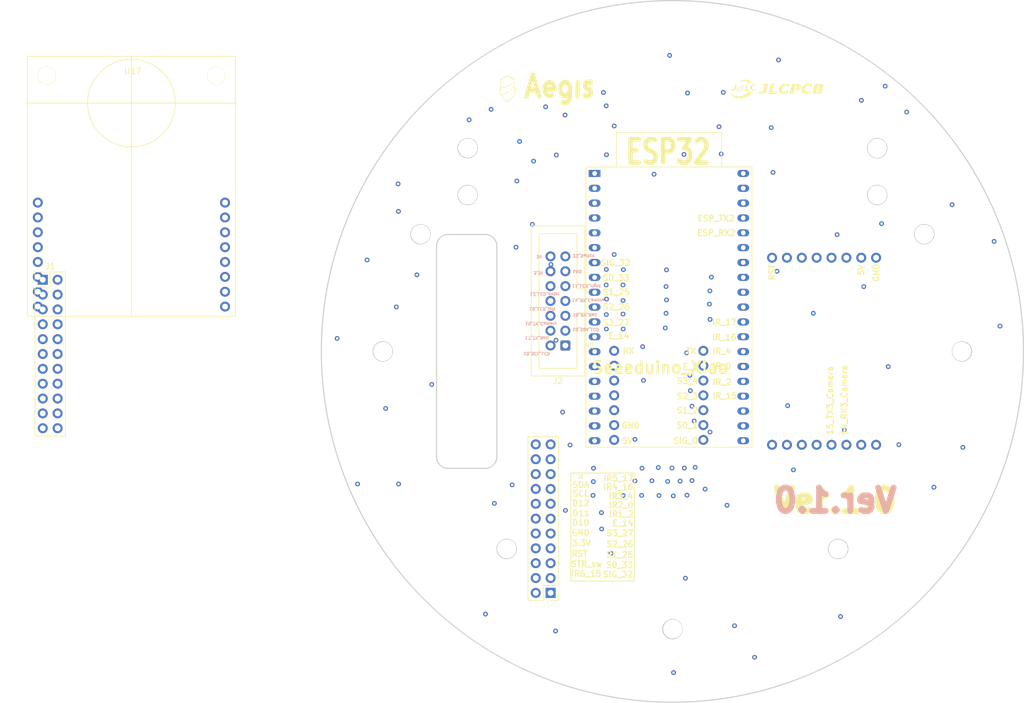
<source format=kicad_pcb>
(kicad_pcb (version 20221018) (generator pcbnew)
  (layers (0 "F.Cu" signal) (31 "B.Cu" signal) (34 "B.Paste" user) (35 "F.Paste" user) (36 "B.SilkS" user "B.Silkscreen") (37 "F.SilkS" user "F.Silkscreen") (38 "B.Mask" user) (39 "F.Mask" user) (44 "Edge.Cuts" user))
  (net 0 "")
  (net 1 "+3.3V")
  (net 7 "IR_board_RX")
  (net 8 "IR_board_TX")
  (net 9 "GND")
  (net 13 "+5V")
  (net 19 "TX_camera")
  (net 20 "RX_camera")
  (net 23 "RST")
  (net 40 "SCL_LCD")
  (net 41 "SDA_LCD")
  (net 42 "Start_switch")
  (net 43 "Data_IR_sensor")
  (net 44 "LCD-TeensyD10")
  (net 45 "LCD-TeensyD11")
  (net 46 "LCD-TeensyD12")
  (net 47 "IR_Data6_Upside")
  (net 48 "S0")
  (net 49 "S1")
  (net 50 "S2")
  (net 51 "S3")
  (net 52 "E")
  (net 53 "IR_Data1_Upside")
  (net 54 "IR_Data2_Upside")
  (net 55 "IR_Data3_Upside")
  (net 56 "IR_Data4_Upside")
  (net 57 "IR_Data5_Upside")
  (footprint "MountingHole:MountingHole_3.2mm_M3" (layer "F.Cu") (at 120.48 82.11 180)
    (fp_text reference "REF**" hide)
    (fp_text value "MountingHole_3.2mm_M3")
    (pad "" np_thru_hole circle (at 0 0 180) (size 3.2 3.2) (drill 3.2) (layers "F&B.Cu" "*.Mask"))
  )
  (footprint "Connector_IDC:IDC-Header_2x07_P2.54mm_Vertical" (layer "F.Cu") (at 145.2074 101.16 180)
    (fp_text reference "J2" (at 1.27 -6.1) (layer "F.SilkS"))
    (fp_text value "Conn_02x07_Top_Bottom")
    (pad "1" thru_hole roundrect (at 0 0 180) (size 1.7 1.7) (drill 1) (layers "*.Cu" "*.Mask") (roundrect_rratio 0.147059))
    (pad "2" thru_hole circle (at 2.54 0 180) (size 1.7 1.7) (drill 1) (layers "*.Cu" "*.Mask") (net 40 "SCL_LCD"))
    (pad "3" thru_hole circle (at 0 2.54 180) (size 1.7 1.7) (drill 1) (layers "*.Cu" "*.Mask") (net 41 "SDA_LCD"))
    (pad "4" thru_hole circle (at 2.54 2.54 180) (size 1.7 1.7) (drill 1) (layers "*.Cu" "*.Mask") (net 8 "IR_board_TX"))
    (pad "5" thru_hole circle (at 0 5.08 180) (size 1.7 1.7) (drill 1) (layers "*.Cu" "*.Mask") (net 7 "IR_board_RX"))
    (pad "6" thru_hole circle (at 2.54 5.08 180) (size 1.7 1.7) (drill 1) (layers "*.Cu" "*.Mask") (net 19 "TX_camera"))
    (pad "7" thru_hole circle (at 0 7.62 180) (size 1.7 1.7) (drill 1) (layers "*.Cu" "*.Mask") (net 20 "RX_camera"))
    (pad "8" thru_hole circle (at 2.54 7.62 180) (size 1.7 1.7) (drill 1) (layers "*.Cu" "*.Mask") (net 44 "LCD-TeensyD10"))
    (pad "9" thru_hole circle (at 0 10.16 180) (size 1.7 1.7) (drill 1) (layers "*.Cu" "*.Mask") (net 45 "LCD-TeensyD11"))
    (pad "10" thru_hole circle (at 2.54 10.16 180) (size 1.7 1.7) (drill 1) (layers "*.Cu" "*.Mask") (net 46 "LCD-TeensyD12"))
    (pad "11" thru_hole circle (at 0 12.7 180) (size 1.7 1.7) (drill 1) (layers "*.Cu" "*.Mask") (net 9 "GND"))
    (pad "12" thru_hole circle (at 2.54 12.7 180) (size 1.7 1.7) (drill 1) (layers "*.Cu" "*.Mask") (net 1 "+3.3V"))
    (pad "13" thru_hole circle (at 0 15.24 180) (size 1.7 1.7) (drill 1) (layers "*.Cu" "*.Mask") (net 42 "Start_switch"))
    (pad "14" thru_hole circle (at 2.54 15.24 180) (size 1.7 1.7) (drill 1) (layers "*.Cu" "*.Mask") (net 13 "+5V"))
  )
  (footprint "MountingHole:MountingHole_3.2mm_M3" (layer "F.Cu") (at 114.03 102.18 180)
    (fp_text reference "REF**" hide)
    (fp_text value "MountingHole_3.2mm_M3")
    (pad "" np_thru_hole circle (at 0 0 180) (size 3.2 3.2) (drill 3.2) (layers "F&B.Cu" "*.Mask"))
  )
  (footprint "Connector_PinHeader_2.54mm:PinHeader_2x11_P2.54mm_Vertical" (layer "F.Cu") (at 55.895 89.91)
    (fp_text reference "J1" (at 1.27 -2.33) (layer "F.SilkS"))
    (fp_text value "Conn_02x11_Odd_Even")
    (pad "1" thru_hole rect (at 0 0) (size 1.7 1.7) (drill 1) (layers "*.Cu" "*.Mask") (net 43 "Data_IR_sensor"))
    (pad "2" thru_hole oval (at 2.54 0) (size 1.7 1.7) (drill 1) (layers "*.Cu" "*.Mask") (net 47 "IR_Data6_Upside"))
    (pad "3" thru_hole oval (at 0 2.54) (size 1.7 1.7) (drill 1) (layers "*.Cu" "*.Mask") (net 48 "S0"))
    (pad "4" thru_hole oval (at 2.54 2.54) (size 1.7 1.7) (drill 1) (layers "*.Cu" "*.Mask") (net 42 "Start_switch"))
    (pad "5" thru_hole oval (at 0 5.08) (size 1.7 1.7) (drill 1) (layers "*.Cu" "*.Mask") (net 49 "S1"))
    (pad "6" thru_hole oval (at 2.54 5.08) (size 1.7 1.7) (drill 1) (layers "*.Cu" "*.Mask") (net 23 "RST"))
    (pad "7" thru_hole oval (at 0 7.62) (size 1.7 1.7) (drill 1) (layers "*.Cu" "*.Mask") (net 50 "S2"))
    (pad "8" thru_hole oval (at 2.54 7.62) (size 1.7 1.7) (drill 1) (layers "*.Cu" "*.Mask") (net 1 "+3.3V"))
    (pad "9" thru_hole oval (at 0 10.16) (size 1.7 1.7) (drill 1) (layers "*.Cu" "*.Mask") (net 51 "S3"))
    (pad "10" thru_hole oval (at 2.54 10.16) (size 1.7 1.7) (drill 1) (layers "*.Cu" "*.Mask") (net 9 "GND"))
    (pad "11" thru_hole oval (at 0 12.7) (size 1.7 1.7) (drill 1) (layers "*.Cu" "*.Mask") (net 52 "E"))
    (pad "12" thru_hole oval (at 2.54 12.7) (size 1.7 1.7) (drill 1) (layers "*.Cu" "*.Mask") (net 44 "LCD-TeensyD10"))
    (pad "13" thru_hole oval (at 0 15.24) (size 1.7 1.7) (drill 1) (layers "*.Cu" "*.Mask") (net 53 "IR_Data1_Upside"))
    (pad "14" thru_hole oval (at 2.54 15.24) (size 1.7 1.7) (drill 1) (layers "*.Cu" "*.Mask") (net 45 "LCD-TeensyD11"))
    (pad "15" thru_hole oval (at 0 17.78) (size 1.7 1.7) (drill 1) (layers "*.Cu" "*.Mask") (net 54 "IR_Data2_Upside"))
    (pad "16" thru_hole oval (at 2.54 17.78) (size 1.7 1.7) (drill 1) (layers "*.Cu" "*.Mask") (net 46 "LCD-TeensyD12"))
    (pad "17" thru_hole oval (at 0 20.32) (size 1.7 1.7) (drill 1) (layers "*.Cu" "*.Mask") (net 55 "IR_Data3_Upside"))
    (pad "18" thru_hole oval (at 2.54 20.32) (size 1.7 1.7) (drill 1) (layers "*.Cu" "*.Mask") (net 40 "SCL_LCD"))
    (pad "19" thru_hole oval (at 0 22.86) (size 1.7 1.7) (drill 1) (layers "*.Cu" "*.Mask") (net 56 "IR_Data4_Upside"))
    (pad "20" thru_hole oval (at 2.54 22.86) (size 1.7 1.7) (drill 1) (layers "*.Cu" "*.Mask") (net 41 "SDA_LCD"))
    (pad "21" thru_hole oval (at 0 25.4) (size 1.7 1.7) (drill 1) (layers "*.Cu" "*.Mask") (net 57 "IR_Data5_Upside"))
    (pad "22" thru_hole oval (at 2.54 25.4) (size 1.7 1.7) (drill 1) (layers "*.Cu" "*.Mask"))
  )
  (footprint "MountingHole:MountingHole_3.2mm_M3" (layer "F.Cu") (at 191.83 135.97 180)
    (fp_text reference "REF**" hide)
    (fp_text value "MountingHole_3.2mm_M3")
    (pad "" np_thru_hole circle (at 0 0 180) (size 3.2 3.2) (drill 3.2) (layers "F&B.Cu" "*.Mask"))
  )
  (footprint "MountingHole:MountingHole_3.2mm_M3" (layer "F.Cu") (at 206.55 82.12 180)
    (fp_text reference "REF**" hide)
    (fp_text value "MountingHole_3.2mm_M3")
    (pad "" np_thru_hole circle (at 0 0 180) (size 3.2 3.2) (drill 3.2) (layers "F&B.Cu" "*.Mask"))
  )
  (footprint "Open_MV:OpenMV" (layer "F.Cu") (at 71.05 51.701)
    (fp_text reference "U17" (at 0.22 2.5) (layer "F.SilkS"))
    (fp_text value "open_mv")
    (pad "" thru_hole circle (at -14.478 3.302) (size 3 3) (drill 3) (layers "*.Cu" "*.Mask"))
    (pad "" thru_hole circle (at 14.478 3.302) (size 3 3) (drill 3) (layers "*.Cu" "*.Mask"))
    (pad "1" thru_hole circle (at 16 42.799) (size 1.7 1.7) (drill 1) (layers "*.Cu" "*.Mask"))
    (pad "2" thru_hole circle (at 16 40.259) (size 1.7 1.7) (drill 1) (layers "*.Cu" "*.Mask"))
    (pad "3" thru_hole circle (at 16 37.719) (size 1.7 1.7) (drill 1) (layers "*.Cu" "*.Mask"))
    (pad "4" thru_hole circle (at 16 35.179) (size 1.7 1.7) (drill 1) (layers "*.Cu" "*.Mask"))
    (pad "5" thru_hole circle (at 16 32.639) (size 1.7 1.7) (drill 1) (layers "*.Cu" "*.Mask") (net 19 "TX_camera"))
    (pad "6" thru_hole circle (at 16 30.099) (size 1.7 1.7) (drill 1) (layers "*.Cu" "*.Mask") (net 20 "RX_camera"))
    (pad "7" thru_hole circle (at 16 27.559) (size 1.7 1.7) (drill 1) (layers "*.Cu" "*.Mask"))
    (pad "8" thru_hole circle (at 16 25.019) (size 1.7 1.7) (drill 1) (layers "*.Cu" "*.Mask"))
    (pad "9" thru_hole circle (at -16 25.019) (size 1.7 1.7) (drill 1) (layers "*.Cu" "*.Mask") (net 23 "RST"))
    (pad "10" thru_hole circle (at -16 27.559) (size 1.7 1.7) (drill 1) (layers "*.Cu" "*.Mask"))
    (pad "11" thru_hole circle (at -16 30.099) (size 1.7 1.7) (drill 1) (layers "*.Cu" "*.Mask"))
    (pad "12" thru_hole circle (at -16 32.639) (size 1.7 1.7) (drill 1) (layers "*.Cu" "*.Mask"))
    (pad "13" thru_hole circle (at -16 35.179) (size 1.7 1.7) (drill 1) (layers "*.Cu" "*.Mask"))
    (pad "14" thru_hole circle (at -16 37.719) (size 1.7 1.7) (drill 1) (layers "*.Cu" "*.Mask"))
    (pad "15" thru_hole circle (at -16 40.259) (size 1.7 1.7) (drill 1) (layers "*.Cu" "*.Mask") (net 13 "+5V"))
    (pad "16" thru_hole circle (at -16 42.799) (size 1.7 1.7) (drill 1) (layers "*.Cu" "*.Mask") (net 9 "GND"))
  )
  (footprint "MountingHole:MountingHole_3.2mm_M3" (layer "F.Cu") (at 163.5662 149.6494 180)
    (fp_text reference "REF**" hide)
    (fp_text value "MountingHole_3.2mm_M3")
    (pad "" np_thru_hole circle (at 0 0 180) (size 3.2 3.2) (drill 3.2) (layers "F&B.Cu" "*.Mask"))
  )
  (footprint "Aegis:ver4" (layer "F.Cu") (at 141.597008 57.123339)
    (fp_text reference "G***" hide)
    (fp_text value "LOGO" hide)
  )
  (footprint "MountingHole:MountingHole_3.2mm_M3" (layer "F.Cu") (at 135.19 135.94 180)
    (fp_text reference "REF**" hide)
    (fp_text value "MountingHole_3.2mm_M3")
    (pad "" np_thru_hole circle (at 0 0 180) (size 3.2 3.2) (drill 3.2) (layers "F&B.Cu" "*.Mask"))
  )
  (footprint "Open_MV:OpenMV" (layer "F.Cu") (at 155.5194 102.143 90)
    (fp_text reference "U17" hide)
    (fp_text value "open_mv")
    (pad "1" thru_hole circle (at -16 25.019 90) (size 1.7 1.7) (drill 1) (layers "*.Cu" "*.Mask"))
    (pad "2" thru_hole circle (at -16 27.559 90) (size 1.7 1.7) (drill 1) (layers "*.Cu" "*.Mask"))
    (pad "3" thru_hole circle (at -16 30.099 90) (size 1.7 1.7) (drill 1) (layers "*.Cu" "*.Mask"))
    (pad "4" thru_hole circle (at -16 32.639 90) (size 1.7 1.7) (drill 1) (layers "*.Cu" "*.Mask"))
    (pad "5" thru_hole circle (at -16 35.179 90) (size 1.7 1.7) (drill 1) (layers "*.Cu" "*.Mask") (net 19 "TX_camera"))
    (pad "6" thru_hole circle (at -16 37.719 90) (size 1.7 1.7) (drill 1) (layers "*.Cu" "*.Mask") (net 20 "RX_camera"))
    (pad "7" thru_hole circle (at -16 40.259 90) (size 1.7 1.7) (drill 1) (layers "*.Cu" "*.Mask"))
    (pad "8" thru_hole circle (at -16 42.799 90) (size 1.7 1.7) (drill 1) (layers "*.Cu" "*.Mask"))
    (pad "9" thru_hole circle (at 16 25.019 90) (size 1.7 1.7) (drill 1) (layers "*.Cu" "*.Mask") (net 23 "RST"))
    (pad "10" thru_hole circle (at 16 27.559 90) (size 1.7 1.7) (drill 1) (layers "*.Cu" "*.Mask"))
    (pad "11" thru_hole circle (at 16 30.099 90) (size 1.7 1.7) (drill 1) (layers "*.Cu" "*.Mask"))
    (pad "12" thru_hole circle (at 16 32.639 90) (size 1.7 1.7) (drill 1) (layers "*.Cu" "*.Mask"))
    (pad "13" thru_hole circle (at 16 35.179 90) (size 1.7 1.7) (drill 1) (layers "*.Cu" "*.Mask"))
    (pad "14" thru_hole circle (at 16 37.719 90) (size 1.7 1.7) (drill 1) (layers "*.Cu" "*.Mask"))
    (pad "15" thru_hole circle (at 16 40.259 90) (size 1.7 1.7) (drill 1) (layers "*.Cu" "*.Mask") (net 13 "+5V"))
    (pad "16" thru_hole circle (at 16 42.799 90) (size 1.7 1.7) (drill 1) (layers "*.Cu" "*.Mask") (net 9 "GND"))
  )
  (footprint "MountingHole:MountingHole_3.2mm_M3" (layer "F.Cu") (at 128.53 67.39 180)
    (fp_text reference "REF**" hide)
    (fp_text value "MountingHole_3.2mm_M3")
    (pad "" np_thru_hole circle (at 0 0 180) (size 3.2 3.2) (drill 3.2) (layers "F&B.Cu" "*.Mask"))
  )
  (footprint "JLCPCB:JLCPCB" (layer "F.Cu") (at 181.2924 57.3488)
    (fp_text reference "G***" hide)
    (fp_text value "LOGO" hide)
  )
  (footprint "MountingHole:MountingHole_3.2mm_M3" (layer "F.Cu") (at 212.95 102.17 180)
    (fp_text reference "REF**" hide)
    (fp_text value "MountingHole_3.2mm_M3")
    (pad "" np_thru_hole circle (at 0 0 180) (size 3.2 3.2) (drill 3.2) (layers "F&B.Cu" "*.Mask"))
  )
  (footprint "Connector_PinHeader_2.54mm:PinHeader_2x11_P2.54mm_Vertical" (layer "F.Cu") (at 142.6924 143.4688 180)
    (fp_text reference "J1" hide)
    (fp_text value "Conn_02x11_Odd_Even")
    (pad "1" thru_hole rect (at 0 0 180) (size 1.7 1.7) (drill 1) (layers "*.Cu" "*.Mask") (net 43 "Data_IR_sensor"))
    (pad "2" thru_hole oval (at 2.54 0 180) (size 1.7 1.7) (drill 1) (layers "*.Cu" "*.Mask") (net 47 "IR_Data6_Upside"))
    (pad "3" thru_hole oval (at 0 2.54 180) (size 1.7 1.7) (drill 1) (layers "*.Cu" "*.Mask") (net 48 "S0"))
    (pad "4" thru_hole oval (at 2.54 2.54 180) (size 1.7 1.7) (drill 1) (layers "*.Cu" "*.Mask") (net 42 "Start_switch"))
    (pad "5" thru_hole oval (at 0 5.08 180) (size 1.7 1.7) (drill 1) (layers "*.Cu" "*.Mask") (net 49 "S1"))
    (pad "6" thru_hole oval (at 2.54 5.08 180) (size 1.7 1.7) (drill 1) (layers "*.Cu" "*.Mask") (net 23 "RST"))
    (pad "7" thru_hole oval (at 0 7.62 180) (size 1.7 1.7) (drill 1) (layers "*.Cu" "*.Mask") (net 50 "S2"))
    (pad "8" thru_hole oval (at 2.54 7.62 180) (size 1.7 1.7) (drill 1) (layers "*.Cu" "*.Mask") (net 1 "+3.3V"))
    (pad "9" thru_hole oval (at 0 10.16 180) (size 1.7 1.7) (drill 1) (layers "*.Cu" "*.Mask") (net 51 "S3"))
    (pad "10" thru_hole oval (at 2.54 10.16 180) (size 1.7 1.7) (drill 1) (layers "*.Cu" "*.Mask") (net 9 "GND"))
    (pad "11" thru_hole oval (at 0 12.7 180) (size 1.7 1.7) (drill 1) (layers "*.Cu" "*.Mask") (net 52 "E"))
    (pad "12" thru_hole oval (at 2.54 12.7 180) (size 1.7 1.7) (drill 1) (layers "*.Cu" "*.Mask") (net 44 "LCD-TeensyD10"))
    (pad "13" thru_hole oval (at 0 15.24 180) (size 1.7 1.7) (drill 1) (layers "*.Cu" "*.Mask") (net 53 "IR_Data1_Upside"))
    (pad "14" thru_hole oval (at 2.54 15.24 180) (size 1.7 1.7) (drill 1) (layers "*.Cu" "*.Mask") (net 45 "LCD-TeensyD11"))
    (pad "15" thru_hole oval (at 0 17.78 180) (size 1.7 1.7) (drill 1) (layers "*.Cu" "*.Mask") (net 54 "IR_Data2_Upside"))
    (pad "16" thru_hole oval (at 2.54 17.78 180) (size 1.7 1.7) (drill 1) (layers "*.Cu" "*.Mask") (net 46 "LCD-TeensyD12"))
    (pad "17" thru_hole oval (at 0 20.32 180) (size 1.7 1.7) (drill 1) (layers "*.Cu" "*.Mask") (net 55 "IR_Data3_Upside"))
    (pad "18" thru_hole oval (at 2.54 20.32 180) (size 1.7 1.7) (drill 1) (layers "*.Cu" "*.Mask") (net 40 "SCL_LCD"))
    (pad "19" thru_hole oval (at 0 22.86 180) (size 1.7 1.7) (drill 1) (layers "*.Cu" "*.Mask") (net 56 "IR_Data4_Upside"))
    (pad "20" thru_hole oval (at 2.54 22.86 180) (size 1.7 1.7) (drill 1) (layers "*.Cu" "*.Mask") (net 41 "SDA_LCD"))
    (pad "21" thru_hole oval (at 0 25.4 180) (size 1.7 1.7) (drill 1) (layers "*.Cu" "*.Mask") (net 57 "IR_Data5_Upside"))
    (pad "22" thru_hole oval (at 2.54 25.4 180) (size 1.7 1.7) (drill 1) (layers "*.Cu" "*.Mask"))
  )
  (footprint "MountingHole:MountingHole_3.2mm_M3" (layer "F.Cu") (at 128.52 75.43 180)
    (fp_text reference "REF**" hide)
    (fp_text value "MountingHole_3.2mm_M3")
    (pad "" np_thru_hole circle (at 0 0 180) (size 3.2 3.2) (drill 3.2) (layers "F&B.Cu" "*.Mask"))
  )
  (footprint "Seeeduino_Xiao:seeeduinoXIAO" (layer "F.Cu") (at 161.1724 109.6888)
    (fp_text reference "U2" hide)
    (fp_text value "Seeeduino_Xiao" (at 0.3 -4.75) (layer "F.SilkS") (effects (font (size 2 2) (thickness 0.4) bold)))
    (pad "1" thru_hole circle (at 7.62 7.62) (size 1.7 1.7) (drill 1) (layers "*.Cu" "*.Mask") (net 43 "Data_IR_sensor"))
    (pad "2" thru_hole circle (at 7.62 5.08) (size 1.7 1.7) (drill 1) (layers "*.Cu" "*.Mask") (net 48 "S0"))
    (pad "3" thru_hole circle (at 7.62 2.54) (size 1.7 1.7) (drill 1) (layers "*.Cu" "*.Mask") (net 49 "S1"))
    (pad "4" thru_hole circle (at 7.62 0) (size 1.7 1.7) (drill 1) (layers "*.Cu" "*.Mask") (net 50 "S2"))
    (pad "5" thru_hole circle (at 7.62 -2.54) (size 1.7 1.7) (drill 1) (layers "*.Cu" "*.Mask") (net 51 "S3"))
    (pad "6" thru_hole circle (at 7.62 -5.08) (size 1.7 1.7) (drill 1) (layers "*.Cu" "*.Mask") (net 52 "E"))
    (pad "7" thru_hole circle (at 7.62 -7.62) (size 1.7 1.7) (drill 1) (layers "*.Cu" "*.Mask") (net 8 "IR_board_TX"))
    (pad "8" thru_hole circle (at -7.62 -7.62) (size 1.7 1.7) (drill 1) (layers "*.Cu" "*.Mask") (net 7 "IR_board_RX"))
    (pad "9" thru_hole circle (at -7.62 -5.08) (size 1.7 1.7) (drill 1) (layers "*.Cu" "*.Mask"))
    (pad "10" thru_hole circle (at -7.62 -2.54) (size 1.7 1.7) (drill 1) (layers "*.Cu" "*.Mask"))
    (pad "11" thru_hole circle (at -7.62 0) (size 1.7 1.7) (drill 1) (layers "*.Cu" "*.Mask"))
    (pad "12" thru_hole circle (at -7.62 2.54) (size 1.7 1.7) (drill 1) (layers "*.Cu" "*.Mask"))
    (pad "13" thru_hole circle (at -7.62 5.08) (size 1.7 1.7) (drill 1) (layers "*.Cu" "*.Mask") (net 9 "GND"))
    (pad "14" thru_hole circle (at -7.62 7.62) (size 1.7 1.7) (drill 1) (layers "*.Cu" "*.Mask") (net 13 "+5V"))
  )
  (footprint "ESP32mod:ESP32-DevKitC" (layer "F.Cu") (at 150.2124 71.7288)
    (fp_text reference "ESP1" hide)
    (fp_text value "~" hide)
    (fp_text user "ESP_TX2" (at 24.03 7.68 unlocked) (layer "F.SilkS") (effects (font (thickness 0.2) bold) (justify right)))
    (fp_text user "ESP_RX2" (at 24.19 10.17 unlocked) (layer "F.SilkS") (effects (font (thickness 0.2) bold) (justify right)))
    (fp_text user "E_14" (at 2.23 27.78 unlocked) (layer "F.SilkS") (effects (font (thickness 0.2) bold) (justify left)))
    (pad "1" thru_hole rect (at 0 0 270) (size 1.2 2) (drill 0.8) (layers "*.Cu" "*.Mask"))
    (pad "2" thru_hole oval (at 0 2.54 270) (size 1.2 2) (drill 0.8) (layers "*.Cu" "*.Mask"))
    (pad "3" thru_hole oval (at 0 5.08 270) (size 1.2 2) (drill 0.8) (layers "*.Cu" "*.Mask"))
    (pad "4" thru_hole oval (at 0 7.62 270) (size 1.2 2) (drill 0.8) (layers "*.Cu" "*.Mask"))
    (pad "5" thru_hole oval (at 0 10.16 270) (size 1.2 2) (drill 0.8) (layers "*.Cu" "*.Mask"))
    (pad "6" thru_hole oval (at 0 12.7 270) (size 1.2 2) (drill 0.8) (layers "*.Cu" "*.Mask"))
    (pad "7" thru_hole oval (at 0 15.24 270) (size 1.2 2) (drill 0.8) (layers "*.Cu" "*.Mask") (net 43 "Data_IR_sensor"))
    (pad "8" thru_hole oval (at 0 17.78 270) (size 1.2 2) (drill 0.8) (layers "*.Cu" "*.Mask") (net 48 "S0"))
    (pad "9" thru_hole oval (at 0 20.32 270) (size 1.2 2) (drill 0.8) (layers "*.Cu" "*.Mask") (net 49 "S1"))
    (pad "10" thru_hole oval (at 0 22.86 270) (size 1.2 2) (drill 0.8) (layers "*.Cu" "*.Mask") (net 50 "S2"))
    (pad "11" thru_hole oval (at 0 25.4 270) (size 1.2 2) (drill 0.8) (layers "*.Cu" "*.Mask") (net 51 "S3"))
    (pad "12" thru_hole oval (at 0 27.94 270) (size 1.2 2) (drill 0.8) (layers "*.Cu" "*.Mask") (net 52 "E"))
    (pad "13" thru_hole oval (at 0 30.48 270) (size 1.2 2) (drill 0.8) (layers "*.Cu" "*.Mask"))
    (pad "14" thru_hole oval (at 0 33.02 270) (size 1.2 2) (drill 0.8) (layers "*.Cu" "*.Mask") (net 9 "GND"))
    (pad "15" thru_hole oval (at 0 35.56 270) (size 1.2 2) (drill 0.8) (layers "*.Cu" "*.Mask"))
    (pad "16" thru_hole oval (at 0 38.1 270) (size 1.2 2) (drill 0.8) (layers "*.Cu" "*.Mask"))
    (pad "17" thru_hole oval (at 0 40.64 270) (size 1.2 2) (drill 0.8) (layers "*.Cu" "*.Mask"))
    (pad "18" thru_hole oval (at 0 43.18 270) (size 1.2 2) (drill 0.8) (layers "*.Cu" "*.Mask"))
    (pad "19" thru_hole oval (at 0 45.72 270) (size 1.2 2) (drill 0.8) (layers "*.Cu" "*.Mask") (net 13 "+5V"))
    (pad "20" thru_hole oval (at 25.39632 45.71728 270) (size 1.2 2) (drill 0.8) (layers "*.Cu" "*.Mask"))
    (pad "21" thru_hole oval (at 25.39632 43.17728 270) (size 1.2 2) (drill 0.8) (layers "*.Cu" "*.Mask"))
    (pad "22" thru_hole oval (at 25.4 40.64 270) (size 1.2 2) (drill 0.8) (layers "*.Cu" "*.Mask"))
    (pad "23" thru_hole oval (at 25.4 38.1 270) (size 1.2 2) (drill 0.8) (layers "*.Cu" "*.Mask") (net 47 "IR_Data6_Upside"))
    (pad "24" thru_hole oval (at 25.4 35.56 270) (size 1.2 2) (drill 0.8) (layers "*.Cu" "*.Mask") (net 53 "IR_Data1_Upside"))
    (pad "25" thru_hole oval (at 25.4 33.02 270) (size 1.2 2) (drill 0.8) (layers "*.Cu" "*.Mask") (net 54 "IR_Data2_Upside"))
    (pad "26" thru_hole oval (at 25.4 30.48 270) (size 1.2 2) (drill 0.8) (layers "*.Cu" "*.Mask") (net 55 "IR_Data3_Upside"))
    (pad "27" thru_hole oval (at 25.4 27.94 270) (size 1.2 2) (drill 0.8) (layers "*.Cu" "*.Mask") (net 7 "IR_board_RX"))
    (pad "28" thru_hole oval (at 25.4 25.4 270) (size 1.2 2) (drill 0.8) (layers "*.Cu" "*.Mask") (net 8 "IR_board_TX"))
    (pad "29" thru_hole oval (at 25.4 22.86 270) (size 1.2 2) (drill 0.8) (layers "*.Cu" "*.Mask") (net 56 "IR_Data4_Upside"))
    (pad "30" thru_hole oval (at 25.4 20.32 270) (size 1.2 2) (drill 0.8) (layers "*.Cu" "*.Mask") (net 57 "IR_Data5_Upside"))
    (pad "31" thru_hole oval (at 25.4 17.78 270) (size 1.2 2) (drill 0.8) (layers "*.Cu" "*.Mask"))
    (pad "32" thru_hole oval (at 25.4 15.24 270) (size 1.2 2) (drill 0.8) (layers "*.Cu" "*.Mask") (net 9 "GND"))
    (pad "33" thru_hole oval (at 25.4 12.7 270) (size 1.2 2) (drill 0.8) (layers "*.Cu" "*.Mask"))
    (pad "34" thru_hole oval (at 25.4 10.16 270) (size 1.2 2) (drill 0.8) (layers "*.Cu" "*.Mask"))
    (pad "35" thru_hole oval (at 25.4 7.62 270) (size 1.2 2) (drill 0.8) (layers "*.Cu" "*.Mask"))
    (pad "36" thru_hole oval (at 25.4 5.08 270) (size 1.2 2) (drill 0.8) (layers "*.Cu" "*.Mask"))
    (pad "37" thru_hole oval (at 25.4 2.54 270) (size 1.2 2) (drill 0.8) (layers "*.Cu" "*.Mask"))
    (pad "38" thru_hole oval (at 25.4 0 270) (size 1.2 2) (drill 0.8) (layers "*.Cu" "*.Mask") (net 9 "GND"))
  )
  (footprint "MountingHole:MountingHole_3.2mm_M3" (layer "F.Cu") (at 198.52 75.41 180)
    (fp_text reference "REF**" hide)
    (fp_text value "MountingHole_3.2mm_M3")
    (pad "" np_thru_hole circle (at 0 0 180) (size 3.2 3.2) (drill 3.2) (layers "F&B.Cu" "*.Mask"))
  )
  (footprint "MountingHole:MountingHole_3.2mm_M3" (layer "F.Cu") (at 198.51 67.42 180)
    (fp_text reference "REF**" hide)
    (fp_text value "MountingHole_3.2mm_M3")
    (pad "" np_thru_hole circle (at 0 0 180) (size 3.2 3.2) (drill 3.2) (layers "F&B.Cu" "*.Mask"))
  )
  (gr_rect (start 146.1448 122.9676) (end 156.9948 141.4576) (stroke (width 0.15)) (fill none) (layer "F.SilkS"))
  (gr_circle (center 135.178559 135.959687) (end 136.828559 135.959687) (stroke (width 0.2)) (fill none) (layer "Edge.Cuts"))
  (gr_line (start 131.5062 122.1694) (end 125.194911 122.1694) (stroke (width 0.2)) (layer "Edge.Cuts"))
  (gr_circle (center 163.5062 149.6694) (end 165.1562 149.6694) (stroke (width 0.2)) (fill none) (layer "Edge.Cuts"))
  (gr_arc (start 125.194911 122.1694) (mid 123.78069 121.583617) (end 123.194911 120.1694) (stroke (width 0.2)) (layer "Edge.Cuts"))
  (gr_line (start 125.194911 82.1694) (end 131.5062 82.1694) (stroke (width 0.2)) (layer "Edge.Cuts"))
  (gr_circle (center 128.506709 75.420108) (end 130.156709 75.420108) (stroke (width 0.2)) (fill none) (layer "Edge.Cuts"))
  (gr_circle (center 206.555829 82.125741) (end 208.205829 82.125741) (stroke (width 0.2)) (fill none) (layer "Edge.Cuts"))
  (gr_arc (start 131.5062 82.1694) (mid 132.920414 82.755186) (end 133.5062 84.1694) (stroke (width 0.2)) (layer "Edge.Cuts"))
  (gr_line (start 123.194911 120.1694) (end 123.194911 84.1694) (stroke (width 0.2)) (layer "Edge.Cuts"))
  (gr_circle (center 163.5062 102.1694) (end 223.5062 102.1694) (stroke (width 0.2)) (fill none) (layer "Edge.Cuts"))
  (gr_arc (start 133.5062 120.1694) (mid 132.920414 121.583614) (end 131.5062 122.1694) (stroke (width 0.2)) (layer "Edge.Cuts"))
  (gr_circle (center 191.833859 135.959687) (end 193.483859 135.959687) (stroke (width 0.2)) (fill none) (layer "Edge.Cuts"))
  (gr_circle (center 198.505709 75.420108) (end 200.155709 75.420108) (stroke (width 0.2)) (fill none) (layer "Edge.Cuts"))
  (gr_circle (center 198.506709 67.420108) (end 200.156709 67.420108) (stroke (width 0.2)) (fill none) (layer "Edge.Cuts"))
  (gr_line (start 133.5062 84.1694) (end 133.5062 120.1694) (stroke (width 0.2)) (layer "Edge.Cuts"))
  (gr_circle (center 213.006201 102.1694) (end 214.656201 102.1694) (stroke (width 0.2)) (fill none) (layer "Edge.Cuts"))
  (gr_circle (center 128.506709 67.420108) (end 130.156709 67.420108) (stroke (width 0.2)) (fill none) (layer "Edge.Cuts"))
  (gr_circle (center 120.45659 82.125741) (end 122.10659 82.125741) (stroke (width 0.2)) (fill none) (layer "Edge.Cuts"))
  (gr_circle (center 114.006199 102.1694) (end 115.656199 102.1694) (stroke (width 0.2)) (fill none) (layer "Edge.Cuts"))
  (gr_arc (start 123.194911 84.1694) (mid 123.780698 82.75519) (end 125.194911 82.1694) (stroke (width 0.2)) (layer "Edge.Cuts"))
  (gr_text "GND" (at 146.4 88.2 180) (layer "B.SilkS") (effects (font (size 0.5 0.5) (thickness 0.125) bold) (justify left bottom mirror)))
  (gr_text "12_LCD_enter\n" (at 139.09 92.075 180) (layer "B.SilkS") (effects (font (size 0.5 0.5) (thickness 0.125) bold) (justify left bottom mirror)))
  (gr_text "15_TX_Camera" (at 138.2948 97.1188 180) (layer "B.SilkS") (effects (font (size 0.5 0.5) (thickness 0.125) bold) (justify left bottom mirror)))
  (gr_text "14_RX_Camera" (at 146.3 93.125 180) (layer "B.SilkS") (effects (font (size 0.5 0.5) (thickness 0.125) bold) (justify left bottom mirror)))
  (gr_text "3.3V" (at 139.7048 88.4288 180) (layer "B.SilkS") (effects (font (size 0.5 0.5) (thickness 0.125) bold) (justify left bottom mirror)))
  (gr_text "5V" (at 140.2248 85.6588 180) (layer "B.SilkS") (effects (font (size 0.5 0.5) (thickness 0.125) bold) (justify left bottom mirror)))
  (gr_text "19_SCL_LCD" (at 137.99 102.2588 180) (layer "B.SilkS") (effects (font (size 0.5 0.5) (thickness 0.125) bold) (justify left bottom mirror)))
  (gr_text "23_Switch\n" (at 146.4 85.525 180) (layer "B.SilkS") (effects (font (size 0.5 0.5) (thickness 0.125) bold) (justify left bottom mirror)))
  (gr_text "16_RX_Ball" (at 146.425 95.625 180) (layer "B.SilkS") (effects (font (size 0.5 0.5) (thickness 0.125) bold) (justify left bottom mirror)))
  (gr_text "10_LCD_left\n" (at 139.01 94.605 180) (layer "B.SilkS") (effects (font (size 0.5 0.5) (thickness 0.125) bold) (justify left bottom mirror)))
  (gr_text "17_TX_Ball" (at 138.2448 99.5688 180) (layer "B.SilkS") (effects (font (size 0.5 0.5) (thickness 0.125) bold) (justify left bottom mirror)))
  (gr_text "18_SDA_LCD" (at 146.35 98.125 180) (layer "B.SilkS") (effects (font (size 0.5 0.5) (thickness 0.125) bold) (justify left bottom mirror)))
  (gr_text "Ver.1.0\n" (at 191.3224 127.6588) (layer "B.SilkS") (effects (font (size 4 4) (thickness 1) bold) (justify mirror)))
  (gr_text "11_LCD_right\n" (at 146.3 90.675 180) (layer "B.SilkS") (effects (font (size 0.5 0.5) (thickness 0.125) bold) (justify left bottom mirror)))
  (gr_text "SIG_0" (at 163.5424 117.4288) (layer "F.SilkS") (effects (font (size 1 1) (thickness 0.2) bold) (justify left)))
  (gr_text "D11" (at 146.3048 129.8376) (layer "F.SilkS") (effects (font (size 1 1) (thickness 0.2) bold) (justify left)))
  (gr_text "GND" (at 146.1848 133.1876) (layer "F.SilkS") (effects (font (size 1 1) (thickness 0.2) bold) (justify left)))
  (gr_text "SDA" (at 146.2948 124.9676) (layer "F.SilkS") (effects (font (size 1 1) (thickness 0.2) bold) (justify left)))
  (gr_text "E_14" (at 153.1248 131.5376) (layer "F.SilkS") (effects (font (size 1 1) (thickness 0.2) bold) (justify left)))
  (gr_text "S2_26" (at 152.0948 135.1176) (layer "F.SilkS") (effects (font (size 1 1) (thickness 0.2) bold) (justify left)))
  (gr_text "S1_25" (at 152.0848 136.9476) (layer "F.SilkS") (effects (font (size 1 1) (thickness 0.2) bold) (justify left)))
  (gr_text "S2_26" (at 151.4924 94.5588) (layer "F.SilkS") (effects (font (size 1 1) (thickness 0.2) bold) (justify left)))
  (gr_text "IR_15" (at 170.2324 109.7988) (layer "F.SilkS") (effects (font (size 1 1) (thickness 0.2) bold) (justify left)))
  (gr_text "IR6_15" (at 146.0948 140.1876) (layer "F.SilkS") (effects (font (size 1 1) (thickness 0.2) bold) (justify left)))
  (gr_text "RX" (at 154.9024 102.0888) (layer "F.SilkS") (effects (font (size 1 1) (thickness 0.2) bold) (justify left)))
  (gr_text "5V" (at 195.7624 89.3088 90) (layer "F.SilkS") (effects (font (size 1 1) (thickness 0.2) bold) (justify left)))
  (gr_text "IR2_0" (at 152.5448 128.4376) (layer "F.SilkS") (effects (font (size 1 1) (thickness 0.2) bold) (justify left)))
  (gr_text "S1_25" (at 151.4924 92.0188) (layer "F.SilkS") (effects (font (size 1 1) (thickness 0.2) bold) (justify left)))
  (gr_text "SCL" (at 146.3348 126.4876) (layer "F.SilkS") (effects (font (size 1 1) (thickness 0.2) bold) (justify left)))
  (gr_text "S0_33" (at 152.0448 138.6976) (layer "F.SilkS") (effects (font (size 1 1) (thickness 0.2) bold) (justify left)))
  (gr_text "S2_3" (at 164.1324 109.8288) (layer "F.SilkS") (effects (font (size 1 1) (thickness 0.2) bold) (justify left)))
  (gr_text "TX" (at 165.7024 102.0988) (layer "F.SilkS") (effects (font (size 1 1) (thickness 0.2) bold) (justify left)))
  (gr_text "ESP32\n" (at 162.7724 68.0588) (layer "F.SilkS") (effects (font (size 4 3) (thickness 0.75) bold)))
  (gr_text "IR4_16" (at 151.5648 125.3576) (layer "F.SilkS") (effects (font (size 1 1) (thickness 0.2) bold) (justify left)))
  (gr_text "×" (at 147.0748 123.5176) (layer "F.SilkS") (effects (font (size 1 1) (thickness 0.2) bold) (justify left)))
  (gr_text "S3_27" (at 152.1248 133.2476) (layer "F.SilkS") (effects (font (size 1 1) (thickness 0.2) bold) (justify left)))
  (gr_text "15_TX3_Camera" (at 191.0324 116.5388 90) (layer "F.SilkS") (effects (font (size 1 1) (thickness 0.2) bold) (justify left bottom)))
  (gr_text "14_RX3_Camera" (at 193.4524 116.5788 90) (layer "F.SilkS") (effects (font (size 1 1) (thickness 0.2) bold) (justify left bottom)))
  (gr_text "SIG_32" (at 151.5148 140.2976) (layer "F.SilkS") (effects (font (size 1 1) (thickness 0.2) bold) (justify left)))
  (gr_text "Ver.1.0\n" (at 191.29 127.67) (layer "F.SilkS") (effects (font (size 4 4) (thickness 1) bold)))
  (gr_text "D12" (at 146.2648 128.1176) (layer "F.SilkS") (effects (font (size 1 1) (thickness 0.2) bold) (justify left)))
  (gr_text "IR_2" (at 170.2424 107.3988) (layer "F.SilkS") (effects (font (size 1 1) (thickness 0.2) bold) (justify left)))
  (gr_text "S1_2" (at 164.1224 112.2688) (layer "F.SilkS") (effects (font (size 1 1) (thickness 0.2) bold) (justify left)))
  (gr_text "S3_4\n" (at 164.1524 107.2188) (layer "F.SilkS") (effects (font (size 1 1) (thickness 0.2) bold) (justify left)))
  (gr_text "GND" (at 154.7124 114.8388) (layer "F.SilkS") (effects (font (size 1 1) (thickness 0.2) bold) (justify left)))
  (gr_text "GND" (at 198.3224 90.3788 90) (layer "F.SilkS") (effects (font (size 1 1) (thickness 0.2) bold) (justify left)))
  (gr_text "IR_17" (at 170.1824 97.1788) (layer "F.SilkS") (effects (font (size 1 1) (thickness 0.2) bold) (justify left)))
  (gr_text "IR5_17" (at 151.6148 123.8676) (layer "F.SilkS") (effects (font (size 1 1) (thickness 0.2) bold) (justify left)))
  (gr_text "SIG_32" (at 151.1024 86.9988) (layer "F.SilkS") (effects (font (size 1 1) (thickness 0.2) bold) (justify left)))
  (gr_text "S0_1" (at 164.0924 114.8088) (layer "F.SilkS") (effects (font (size 1 1) (thickness 0.2) bold) (justify left)))
  (gr_text "D10" (at 146.2448 131.4476) (layer "F.SilkS") (effects (font (size 1 1) (thickness 0.2) bold) (justify left)))
  (gr_text "3.3V" (at 146.1748 134.9376) (layer "F.SilkS") (effects (font (size 1 1) (thickness 0.2) bold) (justify left)))
  (gr_text "RST" (at 180.5424 90.1488 90) (layer "F.SilkS") (effects (font (size 1 1) (thickness 0.2) bold) (justify left)))
  (gr_text "RST" (at 146.1448 136.7676) (layer "F.SilkS") (effects (font (size 1 1) (thickness 0.2) bold) (justify left)))
  (gr_text "IR_4" (at 170.2124 102.1388) (layer "F.SilkS") (effects (font (size 1 1) (thickness 0.2) bold) (justify left)))
  (gr_text "IR_16" (at 170.1624 99.7588) (layer "F.SilkS") (effects (font (size 1 1) (thickness 0.2) bold) (justify left)))
  (gr_text "IR_0" (at 170.2324 104.6688) (layer "F.SilkS") (effects (font (size 1 1) (thickness 0.2) bold) (justify left)))
  (gr_text "E_5" (at 165.1424 104.7888) (layer "F.SilkS") (effects (font (size 1 1) (thickness 0.2) bold) (justify left)))
  (gr_text "IR3_4" (at 152.5148 126.9176) (layer "F.SilkS") (effects (font (size 1 1) (thickness 0.2) bold) (justify left)))
  (gr_text "S0_33" (at 151.4624 89.5788) (layer "F.SilkS") (effects (font (size 1 1) (thickness 0.2) bold) (justify left)))
  (gr_text "IR1_2" (at 152.5748 129.9876) (layer "F.SilkS") (effects (font (size 1 1) (thickness 0.2) bold) (justify left)))
  (gr_text "5V" (at 154.7624 117.4488) (layer "F.SilkS") (effects (font (size 1 1) (thickness 0.2) bold) (justify left)))
  (gr_text "STR_sw" (at 146.0648 138.5376) (layer "F.SilkS") (effects (font (size 1 1) (thickness 0.2) bold) (justify left)))
  (gr_text "S3_27" (at 151.4724 97.2288) (layer "F.SilkS") (effects (font (size 1 1) (thickness 0.2) bold) (justify left)))
  (via (at 187.5824 95.6488) (size 0.8) (drill 0.4) (layers "F.Cu" "B.Cu") (net 9))
  (via (at 167.3924 121.9988) (size 0.8) (drill 0.4) (layers "F.Cu" "B.Cu") (net 9))
  (via (at 145.16 61.74) (size 0.8) (drill 0.4) (layers "F.Cu" "B.Cu") (net 9))
  (via (at 199.2524 80.3188) (size 0.8) (drill 0.4) (layers "F.Cu" "B.Cu") (net 9))
  (via (at 163.6524 126.8788) (size 0.8) (drill 0.4) (layers "F.Cu" "B.Cu") (net 9))
  (via (at 152.2124 98.3388) (size 0.8) (drill 0.4) (layers "F.Cu" "B.Cu") (net 9))
  (via (at 109.7 124.84) (size 0.8) (drill 0.4) (layers "F.Cu" "B.Cu") (net 9))
  (via (at 116.71 124.84) (size 0.8) (drill 0.4) (layers "F.Cu" "B.Cu") (net 9))
  (via (at 132.5224 60.7688) (size 0.8) (drill 0.4) (layers "F.Cu" "B.Cu") (net 9))
  (via (at 158.3124 122.1488) (size 0.8) (drill 0.4) (layers "F.Cu" "B.Cu") (net 9))
  (via (at 151.4124 132.5288) (size 0.8) (drill 0.4) (layers "F.Cu" "B.Cu") (net 9))
  (via (at 144.7424 112.5488) (size 0.8) (drill 0.4) (layers "F.Cu" "B.Cu") (net 9))
  (via (at 116.68 78.22) (size 0.8) (drill 0.4) (layers "F.Cu" "B.Cu") (net 9))
  (via (at 162.4924 93.3588) (size 0.8) (drill 0.4) (layers "F.Cu" "B.Cu") (net 9))
  (via (at 162.4224 91.0688) (size 0.8) (drill 0.4) (layers "F.Cu" "B.Cu") (net 9))
  (via (at 192.2424 147.5088) (size 0.8) (drill 0.4) (layers "F.Cu" "B.Cu") (net 9))
  (via (at 152.2424 93.2188) (size 0.8) (drill 0.4) (layers "F.Cu" "B.Cu") (net 9))
  (via (at 195.8 59.23) (size 0.8) (drill 0.4) (layers "F.Cu" "B.Cu") (net 9))
  (via (at 181.3724 88.4588) (size 0.8) (drill 0.4) (layers "F.Cu" "B.Cu") (net 9))
  (via (at 149.9324 126.7888) (size 0.8) (drill 0.4) (layers "F.Cu" "B.Cu") (net 9))
  (via (at 166.0924 57.9688) (size 0.8) (drill 0.4) (layers "F.Cu" "B.Cu") (net 9))
  (via (at 184.19 122.43) (size 0.8) (drill 0.4) (layers "F.Cu" "B.Cu") (net 9))
  (via (at 122.3724 107.8188) (size 0.8) (drill 0.4) (layers "F.Cu" "B.Cu") (net 9))
  (via (at 153.0024 136.7088) (size 0.8) (drill 0.4) (layers "F.Cu" "B.Cu") (net 9))
  (via (at 158.2424 126.7888) (size 0.8) (drill 0.4) (layers "F.Cu" "B.Cu") (net 9))
  (via (at 136.9224 73.0288) (size 0.8) (drill 0.4) (layers "F.Cu" "B.Cu") (net 9))
  (via (at 169.9324 115.9588) (size 0.8) (drill 0.4) (layers "F.Cu" "B.Cu") (net 9))
  (via (at 116.32 94.56) (size 0.8) (drill 0.4) (layers "F.Cu" "B.Cu") (net 9))
  (via (at 213.14 118.57) (size 0.8) (drill 0.4) (layers "F.Cu" "B.Cu") (net 9))
  (via (at 137.3824 66.2588) (size 0.8) (drill 0.4) (layers "F.Cu" "B.Cu") (net 9))
  (via (at 136.77 84.34) (size 0.8) (drill 0.4) (layers "F.Cu" "B.Cu") (net 9))
  (via (at 192.8924 115.6188) (size 0.8) (drill 0.4) (layers "F.Cu" "B.Cu") (net 9))
  (via (at 202.2024 118.1188) (size 0.8) (drill 0.4) (layers "F.Cu" "B.Cu") (net 9))
  (via (at 146.0124 118.1788) (size 0.8) (drill 0.4) (layers "F.Cu" "B.Cu") (net 9))
  (via (at 150.0224 122.1488) (size 0.8) (drill 0.4) (layers "F.Cu" "B.Cu") (net 9))
  (via (at 131.5524 147.0888) (size 0.8) (drill 0.4) (layers "F.Cu" "B.Cu") (net 9))
  (via (at 152.2124 88.1488) (size 0.8) (drill 0.4) (layers "F.Cu" "B.Cu") (net 9))
  (via (at 170.1624 89.4688) (size 0.8) (drill 0.4) (layers "F.Cu" "B.Cu") (net 9))
  (via (at 180.7024 71.5588) (size 0.8) (drill 0.4) (layers "F.Cu" "B.Cu") (net 9))
  (via (at 165.9524 102.4188) (size 0.8) (drill 0.4) (layers "F.Cu" "B.Cu") (net 9))
  (via (at 166.0024 126.7588) (size 0.8) (drill 0.4) (layers "F.Cu" "B.Cu") (net 9))
  (via (at 200.39 104.77) (size 0.8) (drill 0.4) (layers "F.Cu" "B.Cu") (net 9))
  (via (at 165.5424 122.1188) (size 0.8) (drill 0.4) (layers "F.Cu" "B.Cu") (net 9))
  (via (at 143.66 68.58) (size 0.8) (drill 0.4) (layers "F.Cu" "B.Cu") (net 9))
  (via (at 152.19 60.17) (size 0.8) (drill 0.4) (layers "F.Cu" "B.Cu") (net 9))
  (via (at 181.6424 52.3188) (size 0.8) (drill 0.4) (layers "F.Cu" "B.Cu") (net 9))
  (via (at 111.32 86.53) (size 0.8) (drill 0.4) (layers "F.Cu" "B.Cu") (net 9))
  (via (at 165.7324 140.9588) (size 0.8) (drill 0.4) (layers "F.Cu" "B.Cu") (net 9))
  (via (at 143.6124 100.2588) (size 0.8) (drill 0.4) (layers "F.Cu" "B.Cu") (net 9))
  (via (at 161.2124 126.8188) (size 0.8) (drill 0.4) (layers "F.Cu" "B.Cu") (net 9))
  (via (at 166.4824 106.2488) (size 0.8) (drill 0.4) (layers "F.Cu" "B.Cu") (net 9))
  (via (at 172.8424 128.4788) (size 0.8) (drill 0.4) (layers "F.Cu" "B.Cu") (net 9))
  (via (at 180.3924 63.8988) (size 0.8) (drill 0.4) (layers "F.Cu" "B.Cu") (net 9))
  (via (at 162.2824 98.1588) (size 0.8) (drill 0.4) (layers "F.Cu" "B.Cu") (net 9))
  (via (at 208.2024 125.3988) (size 0.8) (drill 0.4) (layers "F.Cu" "B.Cu") (net 9))
  (via (at 116.62 73.52) (size 0.8) (drill 0.4) (layers "F.Cu" "B.Cu") (net 9))
  (via (at 106.2 99.95) (size 0.8) (drill 0.4) (layers "F.Cu" "B.Cu") (net 9))
  (via (at 155.0924 98.3388) (size 0.8) (drill 0.4) (layers "F.Cu" "B.Cu") (net 9))
  (via (at 133.08 128.16) (size 0.8) (drill 0.4) (layers "F.Cu" "B.Cu") (net 9))
  (via (at 155.0624 90.8088) (size 0.8) (drill 0.4) (layers "F.Cu" "B.Cu") (net 9))
  (via (at 166.8624 124.2588) (size 0.8) (drill 0.4) (layers "F.Cu" "B.Cu") (net 9))
  (via (at 152.2124 95.8688) (size 0.8) (drill 0.4) (layers "F.Cu" "B.Cu") (net 9))
  (via (at 169.9124 91.8188) (size 0.8) (drill 0.4) (layers "F.Cu" "B.Cu") (net 9))
  (via (at 172.2024 57.8688) (size 0.8) (drill 0.4) (layers "F.Cu" "B.Cu") (net 9))
  (via (at 162.4924 88.2188) (size 0.8) (drill 0.4) (layers "F.Cu" "B.Cu") (net 9))
  (via (at 164.8224 124.3488) (size 0.8) (drill 0.4) (layers "F.Cu" "B.Cu") (net 9))
  (via (at 151.3724 129.7488) (size 0.8) (drill 0.4) (layers "F.Cu" "B.Cu") (net 9))
  (via (at 169.0924 125.7188) (size 0.8) (drill 0.4) (layers "F.Cu" "B.Cu") (net 9))
  (via (at 163.7 157.1) (size 0.8) (drill 0.4) (layers "F.Cu" "B.Cu") (net 9))
  (via (at 158.5624 107.1288) (size 0.8) (drill 0.4) (layers "F.Cu" "B.Cu") (net 9))
  (via (at 171.4724 63.7388) (size 0.8) (drill 0.4) (layers "F.Cu" "B.Cu") (net 9))
  (via (at 114.5 111.93) (size 0.8) (drill 0.4) (layers "F.Cu" "B.Cu") (net 9))
  (via (at 163.4324 122.1188) (size 0.8) (drill 0.4) (layers "F.Cu" "B.Cu") (net 9))
  (via (at 149.9924 124.4388) (size 0.8) (drill 0.4) (layers "F.Cu" "B.Cu") (net 9))
  (via (at 169.8224 94.0688) (size 0.8) (drill 0.4) (layers "F.Cu" "B.Cu") (net 9))
  (via (at 153.56 63.61) (size 0.8) (drill 0.4) (layers "F.Cu" "B.Cu") (net 9))
  (via (at 157.1024 124.3188) (size 0.8) (drill 0.4) (layers "F.Cu" "B.Cu") (net 9))
  (via (at 157.1024 117.2088) (size 0.8) (drill 0.4) (layers "F.Cu" "B.Cu") (net 9))
  (via (at 191.6524 82.1988) (size 0.8) (drill 0.4) (layers "F.Cu" "B.Cu") (net 9))
  (via (at 161.0924 122.0288) (size 0.8) (drill 0.4) (layers "F.Cu" "B.Cu") (net 9))
  (via (at 155.0624 95.7788) (size 0.8) (drill 0.4) (layers "F.Cu" "B.Cu") (net 9))
  (via (at 141.84 60.34) (size 0.8) (drill 0.4) (layers "F.Cu" "B.Cu") (net 9))
  (via (at 155.0624 93.4588) (size 0.8) (drill 0.4) (layers "F.Cu" "B.Cu") (net 9))
  (via (at 145.4624 96.0788) (size 0.8) (drill 0.4) (layers "F.Cu" "B.Cu") (net 9))
  (via (at 196.21 91.09) (size 0.8) (drill 0.4) (layers "F.Cu" "B.Cu") (net 9))
  (via (at 203.55 61.23) (size 0.8) (drill 0.4) (layers "F.Cu" "B.Cu") (net 9))
  (via (at 139.78 69.63) (size 0.8) (drill 0.4) (layers "F.Cu" "B.Cu") (net 9))
  (via (at 143.5324 149.9888) (size 0.8) (drill 0.4) (layers "F.Cu" "B.Cu") (net 9))
  (via (at 169.9424 96.6988) (size 0.8) (drill 0.4) (layers "F.Cu" "B.Cu") (net 9))
  (via (at 177.55 154.48) (size 0.8) (drill 0.4) (layers "F.Cu" "B.Cu") (net 9))
  (via (at 199.87 56.8) (size 0.8) (drill 0.4) (layers "F.Cu" "B.Cu") (net 9))
  (via (at 166.8524 111.5388) (size 0.8) (drill 0.4) (layers "F.Cu" "B.Cu") (net 9))
  (via (at 162.4224 95.6488) (size 0.8) (drill 0.4) (layers "F.Cu" "B.Cu") (net 9))
  (via (at 145.2224 129.3588) (size 0.8) (drill 0.4) (layers "F.Cu" "B.Cu") (net 9))
  (via (at 155.0924 126.8188) (size 0.8) (drill 0.4) (layers "F.Cu" "B.Cu") (net 9))
  (via (at 163.0324 51.5388) (size 0.8) (drill 0.4) (layers "F.Cu" "B.Cu") (net 9))
  (via (at 211.3 77.08) (size 0.8) (drill 0.4) (layers "F.Cu" "B.Cu") (net 9))
  (via (at 166.5724 108.8788) (size 0.8) (drill 0.4) (layers "F.Cu" "B.Cu") (net 9))
  (via (at 162.6924 124.4088) (size 0.8) (drill 0.4) (layers "F.Cu" "B.Cu") (net 9))
  (via (at 160.3724 71.8688) (size 0.8) (drill 0.4) (layers "F.Cu" "B.Cu") (net 9))
  (via (at 142.7524 87.2988) (size 0.8) (drill 0.4) (layers "F.Cu" "B.Cu") (net 9))
  (via (at 155.1224 88.1788) (size 0.8) (drill 0.4) (layers "F.Cu" "B.Cu") (net 9))
  (via (at 119.84 89.07) (size 0.8) (drill 0.4) (layers "F.Cu" "B.Cu") (net 9))
  (via (at 139.57 80.45) (size 0.8) (drill 0.4) (layers "F.Cu" "B.Cu") (net 9))
  (via (at 219.4924 97.8388) (size 0.8) (drill 0.4) (layers "F.Cu" "B.Cu") (net 9))
  (via (at 183.2024 111.4488) (size 0.8) (drill 0.4) (layers "F.Cu" "B.Cu") (net 9))
  (via (at 152.1824 90.8088) (size 0.8) (drill 0.4) (layers "F.Cu" "B.Cu") (net 9))
  (via (at 218.49 83.35) (size 0.8) (drill 0.4) (layers "F.Cu" "B.Cu") (net 9))
  (via (at 167.2224 114.0688) (size 0.8) (drill 0.4) (layers "F.Cu" "B.Cu") (net 9))
  (via (at 152.2424 68.5288) (size 0.8) (drill 0.4) (layers "F.Cu" "B.Cu") (net 9))
  (via (at 151.7124 57.8888) (size 0.8) (drill 0.4) (layers "F.Cu" "B.Cu") (net 9))
  (via (at 158.4224 101.3588) (size 0.8) (drill 0.4) (layers "F.Cu" "B.Cu") (net 9))
  (via (at 160.0024 124.2888) (size 0.8) (drill 0.4) (layers "F.Cu" "B.Cu") (net 9))
  (via (at 174.1224 149.0888) (size 0.8) (drill 0.4) (layers "F.Cu" "B.Cu") (net 9))
  (via (at 165.4924 68.4788) (size 0.8) (drill 0.4) (layers "F.Cu" "B.Cu") (net 13))
  (via (at 153.5524 85.5988) (size 0.8) (drill 0.4) (layers "F.Cu" "B.Cu") (net 13))
  (via (at 171.8424 68.3988) (size 0.8) (drill 0.4) (layers "F.Cu" "B.Cu") (net 13))
  (via (at 136.1124 124.9888) (size 0.8) (drill 0.4) (layers "F.Cu" "B.Cu") (net 44))
  (via (at 128.76 62.57) (size 0.8) (drill 0.4) (layers "F.Cu" "B.Cu") (net 45))
)
</source>
